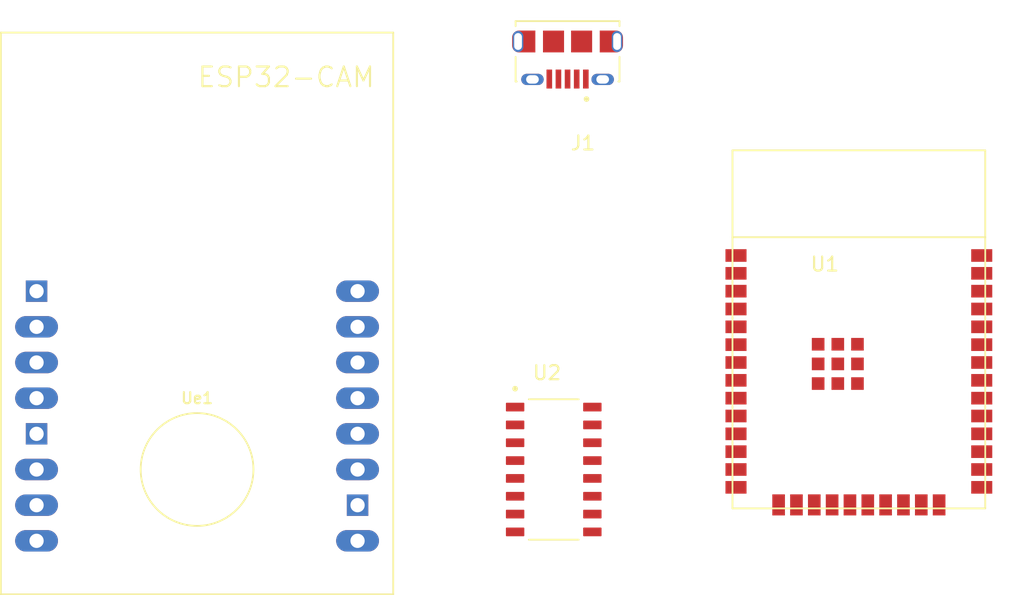
<source format=kicad_pcb>
(kicad_pcb (version 20221018) (generator pcbnew)
  (layers (0 "F.Cu" signal) (31 "B.Cu" signal) (34 "B.Paste" user) (35 "F.Paste" user) (36 "B.SilkS" user "B.Silkscreen") (37 "F.SilkS" user "F.Silkscreen") (38 "B.Mask" user) (39 "F.Mask" user) (44 "Edge.Cuts" user))
  (net 0 "")
  (net 55 "Net-(U1-THERMAL@39-PadGND@39)")
  (net 57 "/+D")
  (net 58 "/-D")
  (net 59 "GND")
  (net 60 "VCC")
  (footprint "CH340G:SOIC127P600X180-16N" (layer "F.Cu") (at 220.98 68.58)
    (fp_text reference "U2" (at -0.48 -6.885) (layer "F.SilkS"))
    (fp_text value "CH340G")
    (fp_line (start -1.775 -5) (end 1.775 -5) (stroke (width 0.127)) (layer "F.SilkS"))
    (fp_line (start -1.775 5) (end 1.775 5) (stroke (width 0.127)) (layer "F.SilkS"))
    (fp_circle (center -2.75 -5.755) (end -2.65 -5.755) (stroke (width 0.2)) (fill none) (layer "F.SilkS"))
    (pad "1" smd roundrect (at -2.75 -4.445) (size 1.31 0.62) (layers "F.Cu" "F.Paste" "F.Mask") (roundrect_rratio 0.08))
    (pad "2" smd roundrect (at -2.75 -3.175) (size 1.31 0.62) (layers "F.Cu" "F.Paste" "F.Mask") (roundrect_rratio 0.08))
    (pad "3" smd roundrect (at -2.75 -1.905) (size 1.31 0.62) (layers "F.Cu" "F.Paste" "F.Mask") (roundrect_rratio 0.08))
    (pad "4" smd roundrect (at -2.75 -0.635) (size 1.31 0.62) (layers "F.Cu" "F.Paste" "F.Mask") (roundrect_rratio 0.08))
    (pad "5" smd roundrect (at -2.75 0.635) (size 1.31 0.62) (layers "F.Cu" "F.Paste" "F.Mask") (roundrect_rratio 0.08))
    (pad "6" smd roundrect (at -2.75 1.905) (size 1.31 0.62) (layers "F.Cu" "F.Paste" "F.Mask") (roundrect_rratio 0.08))
    (pad "7" smd roundrect (at -2.75 3.175) (size 1.31 0.62) (layers "F.Cu" "F.Paste" "F.Mask") (roundrect_rratio 0.08))
    (pad "8" smd roundrect (at -2.75 4.445) (size 1.31 0.62) (layers "F.Cu" "F.Paste" "F.Mask") (roundrect_rratio 0.08))
    (pad "9" smd roundrect (at 2.75 4.445) (size 1.31 0.62) (layers "F.Cu" "F.Paste" "F.Mask") (roundrect_rratio 0.08))
    (pad "10" smd roundrect (at 2.75 3.175) (size 1.31 0.62) (layers "F.Cu" "F.Paste" "F.Mask") (roundrect_rratio 0.08))
    (pad "11" smd roundrect (at 2.75 1.905) (size 1.31 0.62) (layers "F.Cu" "F.Paste" "F.Mask") (roundrect_rratio 0.08))
    (pad "12" smd roundrect (at 2.75 0.635) (size 1.31 0.62) (layers "F.Cu" "F.Paste" "F.Mask") (roundrect_rratio 0.08))
    (pad "13" smd roundrect (at 2.75 -0.635) (size 1.31 0.62) (layers "F.Cu" "F.Paste" "F.Mask") (roundrect_rratio 0.08))
    (pad "14" smd roundrect (at 2.75 -1.905) (size 1.31 0.62) (layers "F.Cu" "F.Paste" "F.Mask") (roundrect_rratio 0.08))
    (pad "15" smd roundrect (at 2.75 -3.175) (size 1.31 0.62) (layers "F.Cu" "F.Paste" "F.Mask") (roundrect_rratio 0.08))
    (pad "16" smd roundrect (at 2.75 -4.445) (size 1.31 0.62) (layers "F.Cu" "F.Paste" "F.Mask") (roundrect_rratio 0.08))
  )
  (footprint "10118194-0001LF:AMPHENOL_10118194-0001LF" (layer "F.Cu") (at 221.965 38.1 180)
    (fp_text reference "J1" (at -1.1 -7.235) (layer "F.SilkS"))
    (fp_text value "10118194-0001LF")
    (fp_poly (pts (xy -2.3 -0.775) (xy -2.3 0.775) (xy -3.445 0.775) (xy -3.471 0.774) (xy -3.497 0.772) (xy -3.523 0.769) (xy -3.549 0.764) (xy -3.574 0.758) (xy -3.6 0.751) (xy -3.624 0.742) (xy -3.648 0.732) (xy -3.672 0.721) (xy -3.695 0.708) (xy -3.717 0.694) (xy -3.739 0.68) (xy -3.76 0.664) (xy -3.78 0.647) (xy -3.799 0.629) (xy -3.817 0.61) (xy -3.834 0.59) (xy -3.85 0.569) (xy -3.864 0.547) (xy -3.878 0.525) (xy -3.891 0.502) (xy -3.902 0.478) (xy -3.912 0.454) (xy -3.921 0.43) (xy -3.928 0.404) (xy -3.934 0.379) (xy -3.939 0.353) (xy -3.942 0.327) (xy -3.944 0.301) (xy -3.945 0.275) (xy -3.945 -0.275) (xy -3.944 -0.301) (xy -3.942 -0.327) (xy -3.939 -0.353) (xy -3.934 -0.379) (xy -3.928 -0.404) (xy -3.921 -0.43) (xy -3.912 -0.454) (xy -3.902 -0.478) (xy -3.891 -0.502) (xy -3.878 -0.525) (xy -3.864 -0.547) (xy -3.85 -0.569) (xy -3.834 -0.59) (xy -3.817 -0.61) (xy -3.799 -0.629) (xy -3.78 -0.647) (xy -3.76 -0.664) (xy -3.739 -0.68) (xy -3.717 -0.694) (xy -3.695 -0.708) (xy -3.672 -0.721) (xy -3.648 -0.732) (xy -3.624 -0.742) (xy -3.6 -0.751) (xy -3.574 -0.758) (xy -3.549 -0.764) (xy -3.523 -0.769) (xy -3.497 -0.772) (xy -3.471 -0.774) (xy -3.445 -0.775) (xy -2.3 -0.775)) (stroke (width 0.01)) (fill solid) (layer "F.Cu"))
    (fp_poly (pts (xy 2.3 -0.775) (xy 2.3 0.775) (xy 3.445 0.775) (xy 3.471 0.774) (xy 3.497 0.772) (xy 3.523 0.769) (xy 3.549 0.764) (xy 3.574 0.758) (xy 3.6 0.751) (xy 3.624 0.742) (xy 3.648 0.732) (xy 3.672 0.721) (xy 3.695 0.708) (xy 3.717 0.694) (xy 3.739 0.68) (xy 3.76 0.664) (xy 3.78 0.647) (xy 3.799 0.629) (xy 3.817 0.61) (xy 3.834 0.59) (xy 3.85 0.569) (xy 3.864 0.547) (xy 3.878 0.525) (xy 3.891 0.502) (xy 3.902 0.478) (xy 3.912 0.454) (xy 3.921 0.43) (xy 3.928 0.404) (xy 3.934 0.379) (xy 3.939 0.353) (xy 3.942 0.327) (xy 3.944 0.301) (xy 3.945 0.275) (xy 3.945 -0.275) (xy 3.944 -0.301) (xy 3.942 -0.327) (xy 3.939 -0.353) (xy 3.934 -0.379) (xy 3.928 -0.404) (xy 3.921 -0.43) (xy 3.912 -0.454) (xy 3.902 -0.478) (xy 3.891 -0.502) (xy 3.878 -0.525) (xy 3.864 -0.547) (xy 3.85 -0.569) (xy 3.834 -0.59) (xy 3.817 -0.61) (xy 3.799 -0.629) (xy 3.78 -0.647) (xy 3.76 -0.664) (xy 3.739 -0.68) (xy 3.717 -0.694) (xy 3.695 -0.708) (xy 3.672 -0.721) (xy 3.648 -0.732) (xy 3.624 -0.742) (xy 3.6 -0.751) (xy 3.574 -0.758) (xy 3.549 -0.764) (xy 3.523 -0.769) (xy 3.497 -0.772) (xy 3.471 -0.774) (xy 3.445 -0.775) (xy 2.3 -0.775)) (stroke (width 0.01)) (fill solid) (layer "F.Cu"))
    (fp_line (start -3.7 -2.85) (end -3.7 -1.095) (stroke (width 0.127)) (layer "F.SilkS"))
    (fp_line (start -3.7 -2.85) (end -3.62 -2.85) (stroke (width 0.127)) (layer "F.SilkS"))
    (fp_line (start -3.7 1.45) (end -3.7 1.095) (stroke (width 0.127)) (layer "F.SilkS"))
    (fp_line (start -3.7 1.45) (end 3.7 1.45) (stroke (width 0.127)) (layer "F.SilkS"))
    (fp_line (start 3.62 -2.85) (end 3.7 -2.85) (stroke (width 0.127)) (layer "F.SilkS"))
    (fp_line (start 3.7 -1.095) (end 3.7 -2.85) (stroke (width 0.127)) (layer "F.SilkS"))
    (fp_line (start 3.7 1.45) (end 3.7 1.095) (stroke (width 0.127)) (layer "F.SilkS"))
    (fp_circle (center -1.35 -4.1) (end -1.25 -4.1) (stroke (width 0.2)) (fill none) (layer "F.SilkS"))
    (pad "1" smd rect (at -1.3 -2.675 180) (size 0.4 1.35) (layers "F.Cu" "F.Paste" "F.Mask") (net 60 "VCC"))
    (pad "2" smd rect (at -0.65 -2.675 180) (size 0.4 1.35) (layers "F.Cu" "F.Paste" "F.Mask"))
    (pad "3" smd rect (at 0 -2.675 180) (size 0.4 1.35) (layers "F.Cu" "F.Paste" "F.Mask") (net 57 "/+D"))
    (pad "4" smd rect (at 0.65 -2.675 180) (size 0.4 1.35) (layers "F.Cu" "F.Paste" "F.Mask") (net 58 "/-D"))
    (pad "5" smd rect (at 1.3 -2.675 180) (size 0.4 1.35) (layers "F.Cu" "F.Paste" "F.Mask") (net 59 "GND"))
    (pad "S1" thru_hole oval (at -2.5 -2.7 180) (size 1.6 0.8) (drill oval 0.9 0.6) (layers "*.Cu" "*.Mask") (net 59 "GND"))
    (pad "S2" thru_hole oval (at 2.5 -2.7 180) (size 1.6 0.8) (drill oval 0.9 0.6) (layers "*.Cu" "*.Mask") (net 59 "GND"))
    (pad "S3" thru_hole oval (at -3.525 0 180) (size 0.75 1.5) (drill oval 0.55 1.2) (layers "*.Cu" "*.Mask") (net 59 "GND"))
    (pad "S4" smd rect (at -1 0 180) (size 1.5 1.55) (layers "F.Cu" "F.Paste" "F.Mask") (net 59 "GND"))
    (pad "S5" smd rect (at 1 0 180) (size 1.5 1.55) (layers "F.Cu" "F.Paste" "F.Mask") (net 59 "GND"))
    (pad "S6" thru_hole oval (at 3.525 0 180) (size 0.75 1.5) (drill oval 0.55 1.2) (layers "*.Cu" "*.Mask") (net 59 "GND"))
  )
  (footprint "ESP32-WROOM-32E:ESP32-WROOM-32E" (layer "F.Cu") (at 242.71 61.595)
    (fp_text reference "U1" (at -2.425 -7.635) (layer "F.SilkS"))
    (fp_text value "ESP32-WROOM-32E")
    (fp_line (start -9 -15.745) (end 9 -15.745) (stroke (width 0.127)) (layer "F.SilkS"))
    (fp_line (start -9 -9.555) (end -9 -15.745) (stroke (width 0.127)) (layer "F.SilkS"))
    (fp_line (start -9 -9.555) (end -9 9.755) (stroke (width 0.127)) (layer "F.SilkS"))
    (fp_line (start -9 9.755) (end 9 9.755) (stroke (width 0.127)) (layer "F.SilkS"))
    (fp_line (start 9 -15.745) (end 9 -9.555) (stroke (width 0.127)) (layer "F.SilkS"))
    (fp_line (start 9 -9.555) (end -9 -9.555) (stroke (width 0.127)) (layer "F.SilkS"))
    (fp_line (start 9 9.755) (end 9 -9.555) (stroke (width 0.127)) (layer "F.SilkS"))
    (pad "1" smd rect (at -8.75 -8.255) (size 1.5 0.9) (layers "F.Cu" "F.Paste" "F.Mask"))
    (pad "2" smd rect (at -8.75 -6.985) (size 1.5 0.9) (layers "F.Cu" "F.Paste" "F.Mask"))
    (pad "3" smd rect (at -8.75 -5.715) (size 1.5 0.9) (layers "F.Cu" "F.Paste" "F.Mask"))
    (pad "4" smd rect (at -8.75 -4.445) (size 1.5 0.9) (layers "F.Cu" "F.Paste" "F.Mask"))
    (pad "5" smd rect (at -8.75 -3.175) (size 1.5 0.9) (layers "F.Cu" "F.Paste" "F.Mask"))
    (pad "6" smd rect (at -8.75 -1.905) (size 1.5 0.9) (layers "F.Cu" "F.Paste" "F.Mask"))
    (pad "7" smd rect (at -8.75 -0.635) (size 1.5 0.9) (layers "F.Cu" "F.Paste" "F.Mask"))
    (pad "8" smd rect (at -8.75 0.635) (size 1.5 0.9) (layers "F.Cu" "F.Paste" "F.Mask"))
    (pad "9" smd rect (at -8.75 1.905) (size 1.5 0.9) (layers "F.Cu" "F.Paste" "F.Mask"))
    (pad "10" smd rect (at -8.75 3.175) (size 1.5 0.9) (layers "F.Cu" "F.Paste" "F.Mask"))
    (pad "11" smd rect (at -8.75 4.445) (size 1.5 0.9) (layers "F.Cu" "F.Paste" "F.Mask"))
    (pad "12" smd rect (at -8.75 5.715) (size 1.5 0.9) (layers "F.Cu" "F.Paste" "F.Mask"))
    (pad "13" smd rect (at -8.75 6.985) (size 1.5 0.9) (layers "F.Cu" "F.Paste" "F.Mask"))
    (pad "14" smd rect (at -8.75 8.255) (size 1.5 0.9) (layers "F.Cu" "F.Paste" "F.Mask"))
    (pad "15" smd rect (at -5.715 9.505 90) (size 1.5 0.9) (layers "F.Cu" "F.Paste" "F.Mask"))
    (pad "16" smd rect (at -4.445 9.505 90) (size 1.5 0.9) (layers "F.Cu" "F.Paste" "F.Mask"))
    (pad "17" smd rect (at -3.175 9.505 90) (size 1.5 0.9) (layers "F.Cu" "F.Paste" "F.Mask"))
    (pad "18" smd rect (at -1.905 9.505 90) (size 1.5 0.9) (layers "F.Cu" "F.Paste" "F.Mask"))
    (pad "19" smd rect (at -0.635 9.505 90) (size 1.5 0.9) (layers "F.Cu" "F.Paste" "F.Mask"))
    (pad "20" smd rect (at 0.635 9.505 90) (size 1.5 0.9) (layers "F.Cu" "F.Paste" "F.Mask"))
    (pad "21" smd rect (at 1.905 9.505 90) (size 1.5 0.9) (layers "F.Cu" "F.Paste" "F.Mask"))
    (pad "22" smd rect (at 3.175 9.505 90) (size 1.5 0.9) (layers "F.Cu" "F.Paste" "F.Mask"))
    (pad "23" smd rect (at 4.445 9.505 90) (size 1.5 0.9) (layers "F.Cu" "F.Paste" "F.Mask"))
    (pad "24" smd rect (at 5.715 9.505 90) (size 1.5 0.9) (layers "F.Cu" "F.Paste" "F.Mask"))
    (pad "25" smd rect (at 8.75 8.255 180) (size 1.5 0.9) (layers "F.Cu" "F.Paste" "F.Mask"))
    (pad "26" smd rect (at 8.75 6.985 180) (size 1.5 0.9) (layers "F.Cu" "F.Paste" "F.Mask"))
    (pad "27" smd rect (at 8.75 5.715 180) (size 1.5 0.9) (layers "F.Cu" "F.Paste" "F.Mask"))
    (pad "28" smd rect (at 8.75 4.445 180) (size 1.5 0.9) (layers "F.Cu" "F.Paste" "F.Mask"))
    (pad "29" smd rect (at 8.75 3.175 180) (size 1.5 0.9) (layers "F.Cu" "F.Paste" "F.Mask"))
    (pad "30" smd rect (at 8.75 1.905 180) (size 1.5 0.9) (layers "F.Cu" "F.Paste" "F.Mask"))
    (pad "31" smd rect (at 8.75 0.635 180) (size 1.5 0.9) (layers "F.Cu" "F.Paste" "F.Mask"))
    (pad "32" smd rect (at 8.75 -0.635 180) (size 1.5 0.9) (layers "F.Cu" "F.Paste" "F.Mask"))
    (pad "33" smd rect (at 8.75 -1.905 180) (size 1.5 0.9) (layers "F.Cu" "F.Paste" "F.Mask"))
    (pad "34" smd rect (at 8.75 -3.175 180) (size 1.5 0.9) (layers "F.Cu" "F.Paste" "F.Mask"))
    (pad "35" smd rect (at 8.75 -4.445 180) (size 1.5 0.9) (layers "F.Cu" "F.Paste" "F.Mask"))
    (pad "36" smd rect (at 8.75 -5.715 180) (size 1.5 0.9) (layers "F.Cu" "F.Paste" "F.Mask"))
    (pad "37" smd rect (at 8.75 -6.985 180) (size 1.5 0.9) (layers "F.Cu" "F.Paste" "F.Mask"))
    (pad "38" smd rect (at 8.75 -8.255 180) (size 1.5 0.9) (layers "F.Cu" "F.Paste" "F.Mask"))
    (pad "GND@39" smd rect (at -2.9 -1.935) (size 0.9 0.9) (layers "F.Cu" "F.Paste" "F.Mask") (net 55 "Net-(U1-THERMAL@39-PadGND@39)"))
    (pad "GND@40" smd rect (at -1.5 -1.935) (size 0.9 0.9) (layers "F.Cu" "F.Paste" "F.Mask") (net 55 "Net-(U1-THERMAL@39-PadGND@39)"))
    (pad "GND@41" smd rect (at -0.1 -1.935) (size 0.9 0.9) (layers "F.Cu" "F.Paste" "F.Mask") (net 55 "Net-(U1-THERMAL@39-PadGND@39)"))
    (pad "GND@42" smd rect (at -2.9 -0.535) (size 0.9 0.9) (layers "F.Cu" "F.Paste" "F.Mask") (net 55 "Net-(U1-THERMAL@39-PadGND@39)"))
    (pad "GND@43" smd rect (at -1.5 -0.535) (size 0.9 0.9) (layers "F.Cu" "F.Paste" "F.Mask") (net 55 "Net-(U1-THERMAL@39-PadGND@39)"))
    (pad "GND@44" smd rect (at -0.1 -0.535) (size 0.9 0.9) (layers "F.Cu" "F.Paste" "F.Mask") (net 55 "Net-(U1-THERMAL@39-PadGND@39)"))
    (pad "GND@45" smd rect (at -2.9 0.865) (size 0.9 0.9) (layers "F.Cu" "F.Paste" "F.Mask") (net 55 "Net-(U1-THERMAL@39-PadGND@39)"))
    (pad "GND@46" smd rect (at -1.5 0.865) (size 0.9 0.9) (layers "F.Cu" "F.Paste" "F.Mask") (net 55 "Net-(U1-THERMAL@39-PadGND@39)"))
    (pad "GND@47" smd rect (at -0.1 0.865) (size 0.9 0.9) (layers "F.Cu" "F.Paste" "F.Mask") (net 55 "Net-(U1-THERMAL@39-PadGND@39)"))
  )
  (footprint "ESP32-CAM:ESP32-CAM" (layer "F.Cu") (at 195.58 63.5)
    (fp_text reference "Ue1" (at 0 0) (layer "F.SilkS") (effects (font (size 0.787402 0.787402))))
    (fp_text value "ESP32-CAM")
    (fp_text user "ESP32-CAM" (at 6.35 -22.86) (layer "F.SilkS") (effects (font (size 1.4 1.4))))
    (fp_line (start -13.97 -26.035) (end -13.97 13.97) (stroke (width 0.127)) (layer "F.SilkS"))
    (fp_line (start -13.97 13.97) (end 13.97 13.97) (stroke (width 0.127)) (layer "F.SilkS"))
    (fp_line (start 13.97 -26.035) (end -13.97 -26.035) (stroke (width 0.127)) (layer "F.SilkS"))
    (fp_line (start 13.97 13.97) (end 13.97 -26.035) (stroke (width 0.127)) (layer "F.SilkS"))
    (fp_circle (center 0 5.08) (end 4.01609 5.08) (stroke (width 0.127)) (fill none) (layer "F.SilkS"))
    (pad "P$1" thru_hole rect (at -11.43 -7.62) (size 1.524 1.524) (drill 1.016) (layers "*.Cu" "*.Mask"))
    (pad "P$2" thru_hole oval (at -11.43 -5.08) (size 3.048 1.524) (drill 1.016) (layers "*.Cu" "*.Mask"))
    (pad "P$3" thru_hole oval (at -11.43 -2.54) (size 3.048 1.524) (drill 1.016) (layers "*.Cu" "*.Mask"))
    (pad "P$4" thru_hole oval (at -11.43 0) (size 3.048 1.524) (drill 1.016) (layers "*.Cu" "*.Mask"))
    (pad "P$5" thru_hole rect (at -11.43 2.54) (size 1.524 1.524) (drill 1.016) (layers "*.Cu" "*.Mask"))
    (pad "P$6" thru_hole oval (at -11.43 5.08) (size 3.048 1.524) (drill 1.016) (layers "*.Cu" "*.Mask"))
    (pad "P$7" thru_hole oval (at -11.43 7.62) (size 3.048 1.524) (drill 1.016) (layers "*.Cu" "*.Mask"))
    (pad "P$8" thru_hole oval (at -11.43 10.16) (size 3.048 1.524) (drill 1.016) (layers "*.Cu" "*.Mask"))
    (pad "P$9" thru_hole oval (at 11.43 10.16) (size 3.048 1.524) (drill 1.016) (layers "*.Cu" "*.Mask"))
    (pad "P$10" thru_hole rect (at 11.43 7.62) (size 1.524 1.524) (drill 1.016) (layers "*.Cu" "*.Mask"))
    (pad "P$11" thru_hole oval (at 11.43 5.08) (size 3.048 1.524) (drill 1.016) (layers "*.Cu" "*.Mask"))
    (pad "P$12" thru_hole oval (at 11.43 2.54) (size 3.048 1.524) (drill 1.016) (layers "*.Cu" "*.Mask"))
    (pad "P$13" thru_hole oval (at 11.43 0) (size 3.048 1.524) (drill 1.016) (layers "*.Cu" "*.Mask"))
    (pad "P$14" thru_hole oval (at 11.43 -2.54) (size 3.048 1.524) (drill 1.016) (layers "*.Cu" "*.Mask"))
    (pad "P$15" thru_hole oval (at 11.43 -5.08) (size 3.048 1.524) (drill 1.016) (layers "*.Cu" "*.Mask"))
    (pad "P$16" thru_hole oval (at 11.43 -7.62) (size 3.048 1.524) (drill 1.016) (layers "*.Cu" "*.Mask"))
  )
)
</source>
